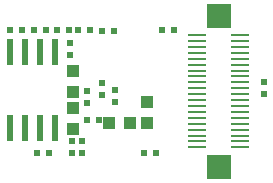
<source format=gbr>
%TF.GenerationSoftware,KiCad,Pcbnew,5.1.0-rc2-unknown-036be7d~80~ubuntu16.04.1*%
%TF.CreationDate,2022-06-01T13:33:31+03:00*%
%TF.ProjectId,Flash-e_Rev_C,466c6173-682d-4655-9f52-65765f432e6b,A*%
%TF.SameCoordinates,Original*%
%TF.FileFunction,Paste,Bot*%
%TF.FilePolarity,Positive*%
%FSLAX46Y46*%
G04 Gerber Fmt 4.6, Leading zero omitted, Abs format (unit mm)*
G04 Created by KiCad (PCBNEW 5.1.0-rc2-unknown-036be7d~80~ubuntu16.04.1) date 2022-06-01 13:33:31*
%MOMM*%
%LPD*%
G04 APERTURE LIST*
%ADD10R,1.600000X0.250000*%
%ADD11R,2.000000X2.000000*%
%ADD12R,0.600000X2.200000*%
%ADD13R,0.500000X0.550000*%
%ADD14R,0.550000X0.500000*%
%ADD15R,1.016000X1.016000*%
G04 APERTURE END LIST*
D10*
%TO.C,Flash_CON1*%
X152930000Y-95690000D03*
X152930000Y-93190000D03*
X152930000Y-93690000D03*
X152930000Y-91690000D03*
X152930000Y-92190000D03*
X152930000Y-88190000D03*
X152930000Y-88690000D03*
X152930000Y-86690000D03*
X152930000Y-87190000D03*
X152930000Y-90690000D03*
X152930000Y-90190000D03*
X152930000Y-87690000D03*
X152930000Y-89190000D03*
X152930000Y-89690000D03*
X152930000Y-91190000D03*
X152930000Y-95190000D03*
X152930000Y-92690000D03*
X152930000Y-94190000D03*
X152930000Y-94690000D03*
X152930000Y-96190000D03*
X149330000Y-90690000D03*
X149330000Y-88190000D03*
X149330000Y-88690000D03*
X149330000Y-86690000D03*
X149330000Y-87190000D03*
X149330000Y-90190000D03*
X149330000Y-87690000D03*
X149330000Y-89190000D03*
X149330000Y-89690000D03*
X149330000Y-91190000D03*
X149330000Y-91690000D03*
X149330000Y-92190000D03*
X149330000Y-92690000D03*
X149330000Y-93190000D03*
X149330000Y-93690000D03*
X149330000Y-94190000D03*
X149330000Y-94690000D03*
X149330000Y-95190000D03*
X149330000Y-95690000D03*
D11*
X151130000Y-85040000D03*
X151130000Y-97840000D03*
D10*
X149330000Y-96190000D03*
%TD*%
D12*
%TO.C,U3*%
X137287000Y-88078000D03*
X136017000Y-88078000D03*
X134747000Y-88078000D03*
X133477000Y-88078000D03*
X133477000Y-94548000D03*
X134747000Y-94548000D03*
X136017000Y-94548000D03*
X137287000Y-94548000D03*
%TD*%
D13*
%TO.C,R4*%
X145796000Y-96647000D03*
X144780000Y-96647000D03*
%TD*%
%TO.C,R7*%
X134493000Y-86233000D03*
X133477000Y-86233000D03*
%TD*%
D14*
%TO.C,R8*%
X139573000Y-96647000D03*
X139573000Y-95631000D03*
%TD*%
%TO.C,R5*%
X142341600Y-91363800D03*
X142341600Y-92379800D03*
%TD*%
%TO.C,R6*%
X140030200Y-91389200D03*
X140030200Y-92405200D03*
%TD*%
D15*
%TO.C,C4*%
X141859000Y-94107000D03*
X143637000Y-94107000D03*
%TD*%
%TO.C,C8*%
X138811000Y-94615000D03*
X138811000Y-92837000D03*
%TD*%
D14*
%TO.C,C3*%
X154940000Y-91694000D03*
X154940000Y-90678000D03*
%TD*%
D15*
%TO.C,C5*%
X145034000Y-94107000D03*
X145034000Y-92329000D03*
%TD*%
D14*
%TO.C,C6*%
X141224000Y-90703400D03*
X141224000Y-91719400D03*
%TD*%
D13*
%TO.C,C7*%
X140970000Y-93853000D03*
X139954000Y-93853000D03*
%TD*%
D14*
%TO.C,C9*%
X138557000Y-88392000D03*
X138557000Y-87376000D03*
%TD*%
D15*
%TO.C,C10*%
X138811000Y-89712800D03*
X138811000Y-91490800D03*
%TD*%
D13*
%TO.C,C11*%
X137414000Y-86233000D03*
X138430000Y-86233000D03*
%TD*%
%TO.C,R16*%
X136779000Y-96647000D03*
X135763000Y-96647000D03*
%TD*%
%TO.C,R17*%
X136525000Y-86233000D03*
X135509000Y-86233000D03*
%TD*%
%TO.C,R12*%
X147320000Y-86233000D03*
X146304000Y-86233000D03*
%TD*%
%TO.C,R9*%
X140208000Y-86233000D03*
X139192000Y-86233000D03*
%TD*%
%TO.C,R13*%
X142240000Y-86360000D03*
X141224000Y-86360000D03*
%TD*%
D14*
%TO.C,R14*%
X138684000Y-96647000D03*
X138684000Y-95631000D03*
%TD*%
M02*

</source>
